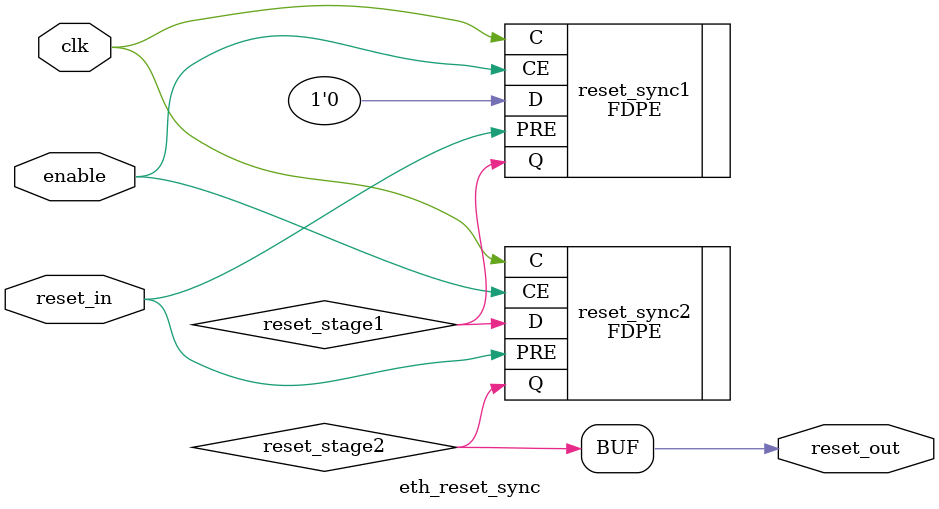
<source format=v>

`timescale 1ps/1ps

module eth_reset_sync #(
  parameter INITIALISE = 2'b11
)
(
   input       reset_in,
   input       clk,
   input       enable,
   output      reset_out
);


wire  reset_stage1;
wire  reset_stage2;

  (* ASYNC_REG = "TRUE", RLOC = "X0Y0",  SHREG_EXTRACT = "NO", INIT = "1" *)
  FDPE #(
   .INIT (INITIALISE[0])
  ) reset_sync1 (
  .C  (clk), 
  .CE (enable),
  .PRE(reset_in),
  .D  (1'b0),
  .Q  (reset_stage1) 
  );
  
  (* ASYNC_REG = "TRUE", RLOC = "X0Y0",  SHREG_EXTRACT = "NO", INIT = "1" *)
  FDPE #(
   .INIT (INITIALISE[1])
  ) reset_sync2 (
  .C  (clk), 
  .CE (enable),
  .PRE(reset_in),
  .D  (reset_stage1),
  .Q  (reset_stage2) 
  );


assign reset_out = reset_stage2;



endmodule

</source>
